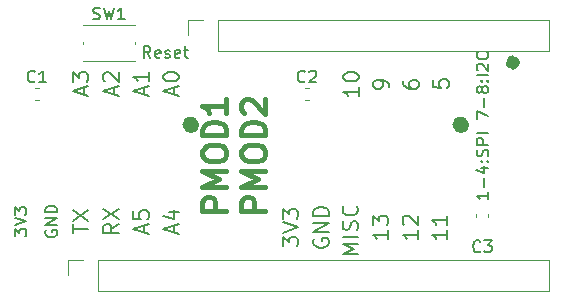
<source format=gbr>
G04 #@! TF.GenerationSoftware,KiCad,Pcbnew,5.1.4+dfsg1-1*
G04 #@! TF.CreationDate,2019-11-20T21:28:11-08:00*
G04 #@! TF.ProjectId,feather-wing-pmod,66656174-6865-4722-9d77-696e672d706d,rev?*
G04 #@! TF.SameCoordinates,PX791ddc0PY4d83c00*
G04 #@! TF.FileFunction,Legend,Top*
G04 #@! TF.FilePolarity,Positive*
%FSLAX46Y46*%
G04 Gerber Fmt 4.6, Leading zero omitted, Abs format (unit mm)*
G04 Created by KiCad (PCBNEW 5.1.4+dfsg1-1) date 2019-11-20 21:28:11*
%MOMM*%
%LPD*%
G04 APERTURE LIST*
%ADD10C,0.150000*%
%ADD11C,0.200000*%
%ADD12C,0.120000*%
%ADD13C,1.000000*%
%ADD14C,0.400000*%
G04 APERTURE END LIST*
D10*
X12033404Y-3182880D02*
X11700071Y-2706690D01*
X11461976Y-3182880D02*
X11461976Y-2182880D01*
X11842928Y-2182880D01*
X11938166Y-2230500D01*
X11985785Y-2278119D01*
X12033404Y-2373357D01*
X12033404Y-2516214D01*
X11985785Y-2611452D01*
X11938166Y-2659071D01*
X11842928Y-2706690D01*
X11461976Y-2706690D01*
X12842928Y-3135261D02*
X12747690Y-3182880D01*
X12557214Y-3182880D01*
X12461976Y-3135261D01*
X12414357Y-3040023D01*
X12414357Y-2659071D01*
X12461976Y-2563833D01*
X12557214Y-2516214D01*
X12747690Y-2516214D01*
X12842928Y-2563833D01*
X12890547Y-2659071D01*
X12890547Y-2754309D01*
X12414357Y-2849547D01*
X13271500Y-3135261D02*
X13366738Y-3182880D01*
X13557214Y-3182880D01*
X13652452Y-3135261D01*
X13700071Y-3040023D01*
X13700071Y-2992404D01*
X13652452Y-2897166D01*
X13557214Y-2849547D01*
X13414357Y-2849547D01*
X13319119Y-2801928D01*
X13271500Y-2706690D01*
X13271500Y-2659071D01*
X13319119Y-2563833D01*
X13414357Y-2516214D01*
X13557214Y-2516214D01*
X13652452Y-2563833D01*
X14509595Y-3135261D02*
X14414357Y-3182880D01*
X14223880Y-3182880D01*
X14128642Y-3135261D01*
X14081023Y-3040023D01*
X14081023Y-2659071D01*
X14128642Y-2563833D01*
X14223880Y-2516214D01*
X14414357Y-2516214D01*
X14509595Y-2563833D01*
X14557214Y-2659071D01*
X14557214Y-2754309D01*
X14081023Y-2849547D01*
X14842928Y-2516214D02*
X15223880Y-2516214D01*
X14985785Y-2182880D02*
X14985785Y-3040023D01*
X15033404Y-3135261D01*
X15128642Y-3182880D01*
X15223880Y-3182880D01*
D11*
X40647880Y-14556666D02*
X40647880Y-15128095D01*
X40647880Y-14842380D02*
X39647880Y-14842380D01*
X39790738Y-14937619D01*
X39885976Y-15032857D01*
X39933595Y-15128095D01*
X40266928Y-14128095D02*
X40266928Y-13366190D01*
X39981214Y-12461428D02*
X40647880Y-12461428D01*
X39600261Y-12699523D02*
X40314547Y-12937619D01*
X40314547Y-12318571D01*
X40552642Y-11937619D02*
X40600261Y-11890000D01*
X40647880Y-11937619D01*
X40600261Y-11985238D01*
X40552642Y-11937619D01*
X40647880Y-11937619D01*
X40028833Y-11937619D02*
X40076452Y-11890000D01*
X40124071Y-11937619D01*
X40076452Y-11985238D01*
X40028833Y-11937619D01*
X40124071Y-11937619D01*
X40600261Y-11509047D02*
X40647880Y-11366190D01*
X40647880Y-11128095D01*
X40600261Y-11032857D01*
X40552642Y-10985238D01*
X40457404Y-10937619D01*
X40362166Y-10937619D01*
X40266928Y-10985238D01*
X40219309Y-11032857D01*
X40171690Y-11128095D01*
X40124071Y-11318571D01*
X40076452Y-11413809D01*
X40028833Y-11461428D01*
X39933595Y-11509047D01*
X39838357Y-11509047D01*
X39743119Y-11461428D01*
X39695500Y-11413809D01*
X39647880Y-11318571D01*
X39647880Y-11080476D01*
X39695500Y-10937619D01*
X40647880Y-10509047D02*
X39647880Y-10509047D01*
X39647880Y-10128095D01*
X39695500Y-10032857D01*
X39743119Y-9985238D01*
X39838357Y-9937619D01*
X39981214Y-9937619D01*
X40076452Y-9985238D01*
X40124071Y-10032857D01*
X40171690Y-10128095D01*
X40171690Y-10509047D01*
X40647880Y-9509047D02*
X39647880Y-9509047D01*
X39647880Y-8366190D02*
X39647880Y-7699523D01*
X40647880Y-8128095D01*
X40266928Y-7318571D02*
X40266928Y-6556666D01*
X40076452Y-5937619D02*
X40028833Y-6032857D01*
X39981214Y-6080476D01*
X39885976Y-6128095D01*
X39838357Y-6128095D01*
X39743119Y-6080476D01*
X39695500Y-6032857D01*
X39647880Y-5937619D01*
X39647880Y-5747142D01*
X39695500Y-5651904D01*
X39743119Y-5604285D01*
X39838357Y-5556666D01*
X39885976Y-5556666D01*
X39981214Y-5604285D01*
X40028833Y-5651904D01*
X40076452Y-5747142D01*
X40076452Y-5937619D01*
X40124071Y-6032857D01*
X40171690Y-6080476D01*
X40266928Y-6128095D01*
X40457404Y-6128095D01*
X40552642Y-6080476D01*
X40600261Y-6032857D01*
X40647880Y-5937619D01*
X40647880Y-5747142D01*
X40600261Y-5651904D01*
X40552642Y-5604285D01*
X40457404Y-5556666D01*
X40266928Y-5556666D01*
X40171690Y-5604285D01*
X40124071Y-5651904D01*
X40076452Y-5747142D01*
X40552642Y-5128095D02*
X40600261Y-5080476D01*
X40647880Y-5128095D01*
X40600261Y-5175714D01*
X40552642Y-5128095D01*
X40647880Y-5128095D01*
X40028833Y-5128095D02*
X40076452Y-5080476D01*
X40124071Y-5128095D01*
X40076452Y-5175714D01*
X40028833Y-5128095D01*
X40124071Y-5128095D01*
X40647880Y-4651904D02*
X39647880Y-4651904D01*
X39743119Y-4223333D02*
X39695500Y-4175714D01*
X39647880Y-4080476D01*
X39647880Y-3842380D01*
X39695500Y-3747142D01*
X39743119Y-3699523D01*
X39838357Y-3651904D01*
X39933595Y-3651904D01*
X40076452Y-3699523D01*
X40647880Y-4270952D01*
X40647880Y-3651904D01*
X40552642Y-2651904D02*
X40600261Y-2699523D01*
X40647880Y-2842380D01*
X40647880Y-2937619D01*
X40600261Y-3080476D01*
X40505023Y-3175714D01*
X40409785Y-3223333D01*
X40219309Y-3270952D01*
X40076452Y-3270952D01*
X39885976Y-3223333D01*
X39790738Y-3175714D01*
X39695500Y-3080476D01*
X39647880Y-2937619D01*
X39647880Y-2842380D01*
X39695500Y-2699523D01*
X39743119Y-2651904D01*
X29671095Y-5645119D02*
X29671095Y-6387976D01*
X29671095Y-6016547D02*
X28371095Y-6016547D01*
X28556809Y-6140357D01*
X28680619Y-6264166D01*
X28742523Y-6387976D01*
X28371095Y-4840357D02*
X28371095Y-4716547D01*
X28433000Y-4592738D01*
X28494904Y-4530833D01*
X28618714Y-4468928D01*
X28866333Y-4407023D01*
X29175857Y-4407023D01*
X29423476Y-4468928D01*
X29547285Y-4530833D01*
X29609190Y-4592738D01*
X29671095Y-4716547D01*
X29671095Y-4840357D01*
X29609190Y-4964166D01*
X29547285Y-5026071D01*
X29423476Y-5087976D01*
X29175857Y-5149880D01*
X28866333Y-5149880D01*
X28618714Y-5087976D01*
X28494904Y-5026071D01*
X28433000Y-4964166D01*
X28371095Y-4840357D01*
X32211095Y-5645119D02*
X32211095Y-5397500D01*
X32149190Y-5273690D01*
X32087285Y-5211785D01*
X31901571Y-5087976D01*
X31653952Y-5026071D01*
X31158714Y-5026071D01*
X31034904Y-5087976D01*
X30973000Y-5149880D01*
X30911095Y-5273690D01*
X30911095Y-5521309D01*
X30973000Y-5645119D01*
X31034904Y-5707023D01*
X31158714Y-5768928D01*
X31468238Y-5768928D01*
X31592047Y-5707023D01*
X31653952Y-5645119D01*
X31715857Y-5521309D01*
X31715857Y-5273690D01*
X31653952Y-5149880D01*
X31592047Y-5087976D01*
X31468238Y-5026071D01*
X33451095Y-5149880D02*
X33451095Y-5397500D01*
X33513000Y-5521309D01*
X33574904Y-5583214D01*
X33760619Y-5707023D01*
X34008238Y-5768928D01*
X34503476Y-5768928D01*
X34627285Y-5707023D01*
X34689190Y-5645119D01*
X34751095Y-5521309D01*
X34751095Y-5273690D01*
X34689190Y-5149880D01*
X34627285Y-5087976D01*
X34503476Y-5026071D01*
X34193952Y-5026071D01*
X34070142Y-5087976D01*
X34008238Y-5149880D01*
X33946333Y-5273690D01*
X33946333Y-5521309D01*
X34008238Y-5645119D01*
X34070142Y-5707023D01*
X34193952Y-5768928D01*
X35991095Y-5024476D02*
X35991095Y-5643523D01*
X36610142Y-5705428D01*
X36548238Y-5643523D01*
X36486333Y-5519714D01*
X36486333Y-5210190D01*
X36548238Y-5086380D01*
X36610142Y-5024476D01*
X36733952Y-4962571D01*
X37043476Y-4962571D01*
X37167285Y-5024476D01*
X37229190Y-5086380D01*
X37291095Y-5210190D01*
X37291095Y-5519714D01*
X37229190Y-5643523D01*
X37167285Y-5705428D01*
X37164095Y-17773619D02*
X37164095Y-18516476D01*
X37164095Y-18145047D02*
X35864095Y-18145047D01*
X36049809Y-18268857D01*
X36173619Y-18392666D01*
X36235523Y-18516476D01*
X37164095Y-16535523D02*
X37164095Y-17278380D01*
X37164095Y-16906952D02*
X35864095Y-16906952D01*
X36049809Y-17030761D01*
X36173619Y-17154571D01*
X36235523Y-17278380D01*
X34687595Y-17773619D02*
X34687595Y-18516476D01*
X34687595Y-18145047D02*
X33387595Y-18145047D01*
X33573309Y-18268857D01*
X33697119Y-18392666D01*
X33759023Y-18516476D01*
X33511404Y-17278380D02*
X33449500Y-17216476D01*
X33387595Y-17092666D01*
X33387595Y-16783142D01*
X33449500Y-16659333D01*
X33511404Y-16597428D01*
X33635214Y-16535523D01*
X33759023Y-16535523D01*
X33944738Y-16597428D01*
X34687595Y-17340285D01*
X34687595Y-16535523D01*
X32147595Y-17773619D02*
X32147595Y-18516476D01*
X32147595Y-18145047D02*
X30847595Y-18145047D01*
X31033309Y-18268857D01*
X31157119Y-18392666D01*
X31219023Y-18516476D01*
X30847595Y-17340285D02*
X30847595Y-16535523D01*
X31342833Y-16968857D01*
X31342833Y-16783142D01*
X31404738Y-16659333D01*
X31466642Y-16597428D01*
X31590452Y-16535523D01*
X31899976Y-16535523D01*
X32023785Y-16597428D01*
X32085690Y-16659333D01*
X32147595Y-16783142D01*
X32147595Y-17154571D01*
X32085690Y-17278380D01*
X32023785Y-17340285D01*
X29607595Y-19791904D02*
X28307595Y-19791904D01*
X29236166Y-19358571D01*
X28307595Y-18925238D01*
X29607595Y-18925238D01*
X29607595Y-18306190D02*
X28307595Y-18306190D01*
X29545690Y-17749047D02*
X29607595Y-17563333D01*
X29607595Y-17253809D01*
X29545690Y-17130000D01*
X29483785Y-17068095D01*
X29359976Y-17006190D01*
X29236166Y-17006190D01*
X29112357Y-17068095D01*
X29050452Y-17130000D01*
X28988547Y-17253809D01*
X28926642Y-17501428D01*
X28864738Y-17625238D01*
X28802833Y-17687142D01*
X28679023Y-17749047D01*
X28555214Y-17749047D01*
X28431404Y-17687142D01*
X28369500Y-17625238D01*
X28307595Y-17501428D01*
X28307595Y-17191904D01*
X28369500Y-17006190D01*
X29483785Y-15706190D02*
X29545690Y-15768095D01*
X29607595Y-15953809D01*
X29607595Y-16077619D01*
X29545690Y-16263333D01*
X29421880Y-16387142D01*
X29298071Y-16449047D01*
X29050452Y-16510952D01*
X28864738Y-16510952D01*
X28617119Y-16449047D01*
X28493309Y-16387142D01*
X28369500Y-16263333D01*
X28307595Y-16077619D01*
X28307595Y-15953809D01*
X28369500Y-15768095D01*
X28431404Y-15706190D01*
X25893000Y-18516476D02*
X25831095Y-18640285D01*
X25831095Y-18826000D01*
X25893000Y-19011714D01*
X26016809Y-19135523D01*
X26140619Y-19197428D01*
X26388238Y-19259333D01*
X26573952Y-19259333D01*
X26821571Y-19197428D01*
X26945380Y-19135523D01*
X27069190Y-19011714D01*
X27131095Y-18826000D01*
X27131095Y-18702190D01*
X27069190Y-18516476D01*
X27007285Y-18454571D01*
X26573952Y-18454571D01*
X26573952Y-18702190D01*
X27131095Y-17897428D02*
X25831095Y-17897428D01*
X27131095Y-17154571D01*
X25831095Y-17154571D01*
X27131095Y-16535523D02*
X25831095Y-16535523D01*
X25831095Y-16226000D01*
X25893000Y-16040285D01*
X26016809Y-15916476D01*
X26140619Y-15854571D01*
X26388238Y-15792666D01*
X26573952Y-15792666D01*
X26821571Y-15854571D01*
X26945380Y-15916476D01*
X27069190Y-16040285D01*
X27131095Y-16226000D01*
X27131095Y-16535523D01*
X23227595Y-19135523D02*
X23227595Y-18330761D01*
X23722833Y-18764095D01*
X23722833Y-18578380D01*
X23784738Y-18454571D01*
X23846642Y-18392666D01*
X23970452Y-18330761D01*
X24279976Y-18330761D01*
X24403785Y-18392666D01*
X24465690Y-18454571D01*
X24527595Y-18578380D01*
X24527595Y-18949809D01*
X24465690Y-19073619D01*
X24403785Y-19135523D01*
X23227595Y-17959333D02*
X24527595Y-17526000D01*
X23227595Y-17092666D01*
X23227595Y-16783142D02*
X23227595Y-15978380D01*
X23722833Y-16411714D01*
X23722833Y-16226000D01*
X23784738Y-16102190D01*
X23846642Y-16040285D01*
X23970452Y-15978380D01*
X24279976Y-15978380D01*
X24403785Y-16040285D01*
X24465690Y-16102190D01*
X24527595Y-16226000D01*
X24527595Y-16597428D01*
X24465690Y-16721238D01*
X24403785Y-16783142D01*
X6376166Y-6262571D02*
X6376166Y-5643523D01*
X6747595Y-6386380D02*
X5447595Y-5953047D01*
X6747595Y-5519714D01*
X5447595Y-5210190D02*
X5447595Y-4405428D01*
X5942833Y-4838761D01*
X5942833Y-4653047D01*
X6004738Y-4529238D01*
X6066642Y-4467333D01*
X6190452Y-4405428D01*
X6499976Y-4405428D01*
X6623785Y-4467333D01*
X6685690Y-4529238D01*
X6747595Y-4653047D01*
X6747595Y-5024476D01*
X6685690Y-5148285D01*
X6623785Y-5210190D01*
X8979666Y-6262571D02*
X8979666Y-5643523D01*
X9351095Y-6386380D02*
X8051095Y-5953047D01*
X9351095Y-5519714D01*
X8174904Y-5148285D02*
X8113000Y-5086380D01*
X8051095Y-4962571D01*
X8051095Y-4653047D01*
X8113000Y-4529238D01*
X8174904Y-4467333D01*
X8298714Y-4405428D01*
X8422523Y-4405428D01*
X8608238Y-4467333D01*
X9351095Y-5210190D01*
X9351095Y-4405428D01*
X11519666Y-6262571D02*
X11519666Y-5643523D01*
X11891095Y-6386380D02*
X10591095Y-5953047D01*
X11891095Y-5519714D01*
X11891095Y-4405428D02*
X11891095Y-5148285D01*
X11891095Y-4776857D02*
X10591095Y-4776857D01*
X10776809Y-4900666D01*
X10900619Y-5024476D01*
X10962523Y-5148285D01*
X14059666Y-6262571D02*
X14059666Y-5643523D01*
X14431095Y-6386380D02*
X13131095Y-5953047D01*
X14431095Y-5519714D01*
X13131095Y-4838761D02*
X13131095Y-4714952D01*
X13193000Y-4591142D01*
X13254904Y-4529238D01*
X13378714Y-4467333D01*
X13626333Y-4405428D01*
X13935857Y-4405428D01*
X14183476Y-4467333D01*
X14307285Y-4529238D01*
X14369190Y-4591142D01*
X14431095Y-4714952D01*
X14431095Y-4838761D01*
X14369190Y-4962571D01*
X14307285Y-5024476D01*
X14183476Y-5086380D01*
X13935857Y-5148285D01*
X13626333Y-5148285D01*
X13378714Y-5086380D01*
X13254904Y-5024476D01*
X13193000Y-4962571D01*
X13131095Y-4838761D01*
X14059666Y-17946571D02*
X14059666Y-17327523D01*
X14431095Y-18070380D02*
X13131095Y-17637047D01*
X14431095Y-17203714D01*
X13564428Y-16213238D02*
X14431095Y-16213238D01*
X13069190Y-16522761D02*
X13997761Y-16832285D01*
X13997761Y-16027523D01*
X11519666Y-17946571D02*
X11519666Y-17327523D01*
X11891095Y-18070380D02*
X10591095Y-17637047D01*
X11891095Y-17203714D01*
X10591095Y-16151333D02*
X10591095Y-16770380D01*
X11210142Y-16832285D01*
X11148238Y-16770380D01*
X11086333Y-16646571D01*
X11086333Y-16337047D01*
X11148238Y-16213238D01*
X11210142Y-16151333D01*
X11333952Y-16089428D01*
X11643476Y-16089428D01*
X11767285Y-16151333D01*
X11829190Y-16213238D01*
X11891095Y-16337047D01*
X11891095Y-16646571D01*
X11829190Y-16770380D01*
X11767285Y-16832285D01*
X9351095Y-17234666D02*
X8732047Y-17668000D01*
X9351095Y-17977523D02*
X8051095Y-17977523D01*
X8051095Y-17482285D01*
X8113000Y-17358476D01*
X8174904Y-17296571D01*
X8298714Y-17234666D01*
X8484428Y-17234666D01*
X8608238Y-17296571D01*
X8670142Y-17358476D01*
X8732047Y-17482285D01*
X8732047Y-17977523D01*
X8051095Y-16801333D02*
X9351095Y-15934666D01*
X8051095Y-15934666D02*
X9351095Y-16801333D01*
X5447595Y-18008476D02*
X5447595Y-17265619D01*
X6747595Y-17637047D02*
X5447595Y-17637047D01*
X5447595Y-16956095D02*
X6747595Y-16089428D01*
X5447595Y-16089428D02*
X6747595Y-16956095D01*
X3183000Y-17779904D02*
X3135380Y-17875142D01*
X3135380Y-18018000D01*
X3183000Y-18160857D01*
X3278238Y-18256095D01*
X3373476Y-18303714D01*
X3563952Y-18351333D01*
X3706809Y-18351333D01*
X3897285Y-18303714D01*
X3992523Y-18256095D01*
X4087761Y-18160857D01*
X4135380Y-18018000D01*
X4135380Y-17922761D01*
X4087761Y-17779904D01*
X4040142Y-17732285D01*
X3706809Y-17732285D01*
X3706809Y-17922761D01*
X4135380Y-17303714D02*
X3135380Y-17303714D01*
X4135380Y-16732285D01*
X3135380Y-16732285D01*
X4135380Y-16256095D02*
X3135380Y-16256095D01*
X3135380Y-16018000D01*
X3183000Y-15875142D01*
X3278238Y-15779904D01*
X3373476Y-15732285D01*
X3563952Y-15684666D01*
X3706809Y-15684666D01*
X3897285Y-15732285D01*
X3992523Y-15779904D01*
X4087761Y-15875142D01*
X4135380Y-16018000D01*
X4135380Y-16256095D01*
X531880Y-18256095D02*
X531880Y-17637047D01*
X912833Y-17970380D01*
X912833Y-17827523D01*
X960452Y-17732285D01*
X1008071Y-17684666D01*
X1103309Y-17637047D01*
X1341404Y-17637047D01*
X1436642Y-17684666D01*
X1484261Y-17732285D01*
X1531880Y-17827523D01*
X1531880Y-18113238D01*
X1484261Y-18208476D01*
X1436642Y-18256095D01*
X531880Y-17351333D02*
X1531880Y-17018000D01*
X531880Y-16684666D01*
X531880Y-16446571D02*
X531880Y-15827523D01*
X912833Y-16160857D01*
X912833Y-16018000D01*
X960452Y-15922761D01*
X1008071Y-15875142D01*
X1103309Y-15827523D01*
X1341404Y-15827523D01*
X1436642Y-15875142D01*
X1484261Y-15922761D01*
X1531880Y-16018000D01*
X1531880Y-16303714D01*
X1484261Y-16398952D01*
X1436642Y-16446571D01*
D12*
X6309000Y-1955000D02*
X6309000Y-1855000D01*
X10709000Y-355000D02*
X6309000Y-355000D01*
X6309000Y-3455000D02*
X10709000Y-3455000D01*
X10709000Y-1955000D02*
X10709000Y-1855000D01*
D13*
X42810000Y-3570000D02*
G75*
G03X42810000Y-3570000I-100000J0D01*
G01*
X38503000Y-8840000D02*
G75*
G03X38503000Y-8840000I-200000J0D01*
G01*
X15643000Y-8840000D02*
G75*
G03X15643000Y-8840000I-200000J0D01*
G01*
D12*
X40642000Y-16672779D02*
X40642000Y-16347221D01*
X39622000Y-16672779D02*
X39622000Y-16347221D01*
X25110221Y-6733000D02*
X25435779Y-6733000D01*
X25110221Y-5713000D02*
X25435779Y-5713000D01*
X2250221Y-6733000D02*
X2575779Y-6733000D01*
X2250221Y-5713000D02*
X2575779Y-5713000D01*
X15180000Y-1270000D02*
X15180000Y60000D01*
X15180000Y60000D02*
X16510000Y60000D01*
X17780000Y60000D02*
X45780000Y60000D01*
X45780000Y-2600000D02*
X45780000Y60000D01*
X17780000Y-2600000D02*
X45780000Y-2600000D01*
X17780000Y-2600000D02*
X17780000Y60000D01*
X5020000Y-21590000D02*
X5020000Y-20260000D01*
X5020000Y-20260000D02*
X6350000Y-20260000D01*
X7620000Y-20260000D02*
X45780000Y-20260000D01*
X45780000Y-22920000D02*
X45780000Y-20260000D01*
X7620000Y-22920000D02*
X45780000Y-22920000D01*
X7620000Y-22920000D02*
X7620000Y-20260000D01*
D10*
X7175666Y140239D02*
X7318523Y92620D01*
X7556619Y92620D01*
X7651857Y140239D01*
X7699476Y187858D01*
X7747095Y283096D01*
X7747095Y378334D01*
X7699476Y473572D01*
X7651857Y521191D01*
X7556619Y568810D01*
X7366142Y616429D01*
X7270904Y664048D01*
X7223285Y711667D01*
X7175666Y806905D01*
X7175666Y902143D01*
X7223285Y997381D01*
X7270904Y1045000D01*
X7366142Y1092620D01*
X7604238Y1092620D01*
X7747095Y1045000D01*
X8080428Y1092620D02*
X8318523Y92620D01*
X8509000Y806905D01*
X8699476Y92620D01*
X8937571Y1092620D01*
X9842333Y92620D02*
X9270904Y92620D01*
X9556619Y92620D02*
X9556619Y1092620D01*
X9461380Y949762D01*
X9366142Y854524D01*
X9270904Y806905D01*
D14*
X21732761Y-16096666D02*
X19732761Y-16096666D01*
X19732761Y-15334761D01*
X19828000Y-15144285D01*
X19923238Y-15049047D01*
X20113714Y-14953809D01*
X20399428Y-14953809D01*
X20589904Y-15049047D01*
X20685142Y-15144285D01*
X20780380Y-15334761D01*
X20780380Y-16096666D01*
X21732761Y-14096666D02*
X19732761Y-14096666D01*
X21161333Y-13430000D01*
X19732761Y-12763333D01*
X21732761Y-12763333D01*
X19732761Y-11430000D02*
X19732761Y-11049047D01*
X19828000Y-10858571D01*
X20018476Y-10668095D01*
X20399428Y-10572857D01*
X21066095Y-10572857D01*
X21447047Y-10668095D01*
X21637523Y-10858571D01*
X21732761Y-11049047D01*
X21732761Y-11430000D01*
X21637523Y-11620476D01*
X21447047Y-11810952D01*
X21066095Y-11906190D01*
X20399428Y-11906190D01*
X20018476Y-11810952D01*
X19828000Y-11620476D01*
X19732761Y-11430000D01*
X21732761Y-9715714D02*
X19732761Y-9715714D01*
X19732761Y-9239523D01*
X19828000Y-8953809D01*
X20018476Y-8763333D01*
X20208952Y-8668095D01*
X20589904Y-8572857D01*
X20875619Y-8572857D01*
X21256571Y-8668095D01*
X21447047Y-8763333D01*
X21637523Y-8953809D01*
X21732761Y-9239523D01*
X21732761Y-9715714D01*
X19923238Y-7810952D02*
X19828000Y-7715714D01*
X19732761Y-7525238D01*
X19732761Y-7049047D01*
X19828000Y-6858571D01*
X19923238Y-6763333D01*
X20113714Y-6668095D01*
X20304190Y-6668095D01*
X20589904Y-6763333D01*
X21732761Y-7906190D01*
X21732761Y-6668095D01*
X18430761Y-16096666D02*
X16430761Y-16096666D01*
X16430761Y-15334761D01*
X16526000Y-15144285D01*
X16621238Y-15049047D01*
X16811714Y-14953809D01*
X17097428Y-14953809D01*
X17287904Y-15049047D01*
X17383142Y-15144285D01*
X17478380Y-15334761D01*
X17478380Y-16096666D01*
X18430761Y-14096666D02*
X16430761Y-14096666D01*
X17859333Y-13430000D01*
X16430761Y-12763333D01*
X18430761Y-12763333D01*
X16430761Y-11430000D02*
X16430761Y-11049047D01*
X16526000Y-10858571D01*
X16716476Y-10668095D01*
X17097428Y-10572857D01*
X17764095Y-10572857D01*
X18145047Y-10668095D01*
X18335523Y-10858571D01*
X18430761Y-11049047D01*
X18430761Y-11430000D01*
X18335523Y-11620476D01*
X18145047Y-11810952D01*
X17764095Y-11906190D01*
X17097428Y-11906190D01*
X16716476Y-11810952D01*
X16526000Y-11620476D01*
X16430761Y-11430000D01*
X18430761Y-9715714D02*
X16430761Y-9715714D01*
X16430761Y-9239523D01*
X16526000Y-8953809D01*
X16716476Y-8763333D01*
X16906952Y-8668095D01*
X17287904Y-8572857D01*
X17573619Y-8572857D01*
X17954571Y-8668095D01*
X18145047Y-8763333D01*
X18335523Y-8953809D01*
X18430761Y-9239523D01*
X18430761Y-9715714D01*
X18430761Y-6668095D02*
X18430761Y-7810952D01*
X18430761Y-7239523D02*
X16430761Y-7239523D01*
X16716476Y-7430000D01*
X16906952Y-7620476D01*
X17002190Y-7810952D01*
D10*
X39965333Y-19534142D02*
X39917714Y-19581761D01*
X39774857Y-19629380D01*
X39679619Y-19629380D01*
X39536761Y-19581761D01*
X39441523Y-19486523D01*
X39393904Y-19391285D01*
X39346285Y-19200809D01*
X39346285Y-19057952D01*
X39393904Y-18867476D01*
X39441523Y-18772238D01*
X39536761Y-18677000D01*
X39679619Y-18629380D01*
X39774857Y-18629380D01*
X39917714Y-18677000D01*
X39965333Y-18724619D01*
X40298666Y-18629380D02*
X40917714Y-18629380D01*
X40584380Y-19010333D01*
X40727238Y-19010333D01*
X40822476Y-19057952D01*
X40870095Y-19105571D01*
X40917714Y-19200809D01*
X40917714Y-19438904D01*
X40870095Y-19534142D01*
X40822476Y-19581761D01*
X40727238Y-19629380D01*
X40441523Y-19629380D01*
X40346285Y-19581761D01*
X40298666Y-19534142D01*
X25106333Y-5150142D02*
X25058714Y-5197761D01*
X24915857Y-5245380D01*
X24820619Y-5245380D01*
X24677761Y-5197761D01*
X24582523Y-5102523D01*
X24534904Y-5007285D01*
X24487285Y-4816809D01*
X24487285Y-4673952D01*
X24534904Y-4483476D01*
X24582523Y-4388238D01*
X24677761Y-4293000D01*
X24820619Y-4245380D01*
X24915857Y-4245380D01*
X25058714Y-4293000D01*
X25106333Y-4340619D01*
X25487285Y-4340619D02*
X25534904Y-4293000D01*
X25630142Y-4245380D01*
X25868238Y-4245380D01*
X25963476Y-4293000D01*
X26011095Y-4340619D01*
X26058714Y-4435857D01*
X26058714Y-4531095D01*
X26011095Y-4673952D01*
X25439666Y-5245380D01*
X26058714Y-5245380D01*
X2246333Y-5150142D02*
X2198714Y-5197761D01*
X2055857Y-5245380D01*
X1960619Y-5245380D01*
X1817761Y-5197761D01*
X1722523Y-5102523D01*
X1674904Y-5007285D01*
X1627285Y-4816809D01*
X1627285Y-4673952D01*
X1674904Y-4483476D01*
X1722523Y-4388238D01*
X1817761Y-4293000D01*
X1960619Y-4245380D01*
X2055857Y-4245380D01*
X2198714Y-4293000D01*
X2246333Y-4340619D01*
X3198714Y-5245380D02*
X2627285Y-5245380D01*
X2913000Y-5245380D02*
X2913000Y-4245380D01*
X2817761Y-4388238D01*
X2722523Y-4483476D01*
X2627285Y-4531095D01*
M02*

</source>
